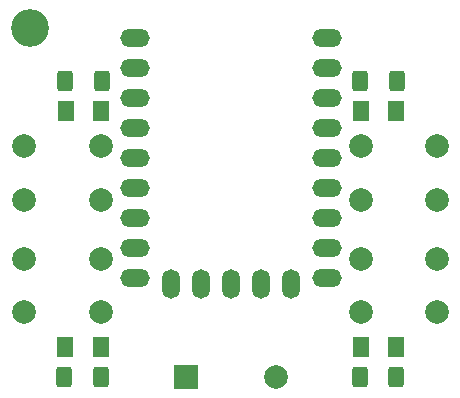
<source format=gbr>
%TF.GenerationSoftware,KiCad,Pcbnew,8.0.5*%
%TF.CreationDate,2024-10-14T18:40:36+02:00*%
%TF.ProjectId,pcb,7063622e-6b69-4636-9164-5f7063625858,rev?*%
%TF.SameCoordinates,Original*%
%TF.FileFunction,Soldermask,Top*%
%TF.FilePolarity,Negative*%
%FSLAX46Y46*%
G04 Gerber Fmt 4.6, Leading zero omitted, Abs format (unit mm)*
G04 Created by KiCad (PCBNEW 8.0.5) date 2024-10-14 18:40:36*
%MOMM*%
%LPD*%
G01*
G04 APERTURE LIST*
G04 Aperture macros list*
%AMRoundRect*
0 Rectangle with rounded corners*
0 $1 Rounding radius*
0 $2 $3 $4 $5 $6 $7 $8 $9 X,Y pos of 4 corners*
0 Add a 4 corners polygon primitive as box body*
4,1,4,$2,$3,$4,$5,$6,$7,$8,$9,$2,$3,0*
0 Add four circle primitives for the rounded corners*
1,1,$1+$1,$2,$3*
1,1,$1+$1,$4,$5*
1,1,$1+$1,$6,$7*
1,1,$1+$1,$8,$9*
0 Add four rect primitives between the rounded corners*
20,1,$1+$1,$2,$3,$4,$5,0*
20,1,$1+$1,$4,$5,$6,$7,0*
20,1,$1+$1,$6,$7,$8,$9,0*
20,1,$1+$1,$8,$9,$2,$3,0*%
G04 Aperture macros list end*
%ADD10C,3.200000*%
%ADD11RoundRect,0.250001X-0.462499X-0.624999X0.462499X-0.624999X0.462499X0.624999X-0.462499X0.624999X0*%
%ADD12RoundRect,0.250000X-0.400000X-0.625000X0.400000X-0.625000X0.400000X0.625000X-0.400000X0.625000X0*%
%ADD13C,2.000000*%
%ADD14R,2.000000X2.000000*%
%ADD15O,2.500000X1.500000*%
%ADD16O,1.500000X2.500000*%
G04 APERTURE END LIST*
D10*
%TO.C,keychain1*%
X133000000Y-33000000D03*
%TD*%
D11*
%TO.C,BL1*%
X136012500Y-60000000D03*
X138987500Y-60000000D03*
%TD*%
D12*
%TO.C,R4*%
X160937500Y-62500000D03*
X164037500Y-62500000D03*
%TD*%
D11*
%TO.C,BR1*%
X161000000Y-60000000D03*
X163975000Y-60000000D03*
%TD*%
D12*
%TO.C,R1*%
X135987500Y-37500000D03*
X139087500Y-37500000D03*
%TD*%
D11*
%TO.C,TR1*%
X161012500Y-40000000D03*
X163987500Y-40000000D03*
%TD*%
D13*
%TO.C,SBR1*%
X161000000Y-52500000D03*
X167500000Y-52500000D03*
X161000000Y-57000000D03*
X167500000Y-57000000D03*
%TD*%
%TO.C,STL1*%
X132500000Y-43000000D03*
X139000000Y-43000000D03*
X132500000Y-47500000D03*
X139000000Y-47500000D03*
%TD*%
D12*
%TO.C,R3*%
X135900000Y-62500000D03*
X139000000Y-62500000D03*
%TD*%
D13*
%TO.C,SBL1*%
X132500000Y-52500000D03*
X139000000Y-52500000D03*
X132500000Y-57000000D03*
X139000000Y-57000000D03*
%TD*%
%TO.C,STR1*%
X161000000Y-43000000D03*
X167500000Y-43000000D03*
X161000000Y-47500000D03*
X167500000Y-47500000D03*
%TD*%
D14*
%TO.C,BZ1*%
X146200000Y-62500000D03*
D13*
X153800000Y-62500000D03*
%TD*%
D11*
%TO.C,TL1*%
X136050000Y-40000000D03*
X139025000Y-40000000D03*
%TD*%
D15*
%TO.C,U1*%
X158120000Y-33840000D03*
X158120000Y-36380000D03*
X158120000Y-38920000D03*
X158120000Y-41460000D03*
X158120000Y-44000000D03*
X158120000Y-46540000D03*
X158120000Y-49080000D03*
X158120000Y-51620000D03*
X158120000Y-54160000D03*
D16*
X155080000Y-54660000D03*
X152540000Y-54660000D03*
X150000000Y-54660000D03*
X147460000Y-54660000D03*
X144920000Y-54660000D03*
D15*
X141880000Y-54160000D03*
X141880000Y-51620000D03*
X141880000Y-49080000D03*
X141880000Y-46540000D03*
X141880000Y-44000000D03*
X141880000Y-41460000D03*
X141880000Y-38920000D03*
X141880000Y-36380000D03*
X141880000Y-33840000D03*
%TD*%
D12*
%TO.C,R2*%
X160950000Y-37500000D03*
X164050000Y-37500000D03*
%TD*%
M02*

</source>
